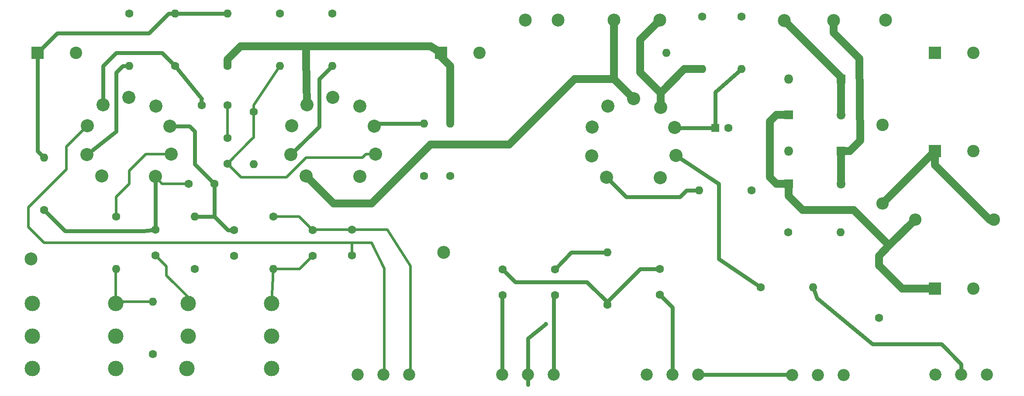
<source format=gbr>
G04 #@! TF.GenerationSoftware,KiCad,Pcbnew,(5.1.4)-1*
G04 #@! TF.CreationDate,2019-10-27T16:09:37+01:00*
G04 #@! TF.ProjectId,JCM800,4a434d38-3030-42e6-9b69-6361645f7063,rev?*
G04 #@! TF.SameCoordinates,Original*
G04 #@! TF.FileFunction,Copper,L1,Top*
G04 #@! TF.FilePolarity,Positive*
%FSLAX46Y46*%
G04 Gerber Fmt 4.6, Leading zero omitted, Abs format (unit mm)*
G04 Created by KiCad (PCBNEW (5.1.4)-1) date 2019-10-27 16:09:37*
%MOMM*%
%LPD*%
G04 APERTURE LIST*
%ADD10C,2.540000*%
%ADD11C,1.600000*%
%ADD12R,2.400000X2.400000*%
%ADD13C,2.400000*%
%ADD14R,1.600000X1.600000*%
%ADD15O,1.800000X1.800000*%
%ADD16R,1.800000X1.800000*%
%ADD17C,2.499360*%
%ADD18O,1.600000X1.600000*%
%ADD19O,2.400000X2.400000*%
%ADD20C,2.340000*%
%ADD21C,3.000000*%
%ADD22C,0.800000*%
%ADD23C,0.750000*%
%ADD24C,0.500000*%
%ADD25C,1.500000*%
%ADD26C,0.330000*%
G04 APERTURE END LIST*
D10*
X116081000Y-80293000D03*
X116331000Y-85670000D03*
X113335000Y-76416000D03*
X108077000Y-74662000D03*
X103073000Y-76162000D03*
X100073000Y-80166000D03*
X99950000Y-85797000D03*
X113284000Y-90044000D03*
X102870000Y-89917000D03*
D11*
X73660000Y-105330000D03*
X73660000Y-100330000D03*
X80090000Y-91440000D03*
X85090000Y-91440000D03*
X88900000Y-100410000D03*
X88900000Y-105410000D03*
X104140000Y-105410000D03*
X104140000Y-100410000D03*
X111760000Y-105330000D03*
X111760000Y-100330000D03*
X87630000Y-76200000D03*
X82630000Y-76200000D03*
D12*
X224790000Y-111760000D03*
D13*
X232290000Y-111760000D03*
D12*
X50800000Y-66040000D03*
D13*
X58300000Y-66040000D03*
X136525000Y-66040000D03*
D12*
X129025000Y-66040000D03*
X224790000Y-85090000D03*
D13*
X232290000Y-85090000D03*
D11*
X87630000Y-87550000D03*
X87630000Y-82550000D03*
D13*
X232290000Y-66040000D03*
D12*
X224790000Y-66040000D03*
D11*
X171450000Y-107950000D03*
X171450000Y-112950000D03*
X151130000Y-108030000D03*
X151130000Y-113030000D03*
X140970000Y-108030000D03*
X140970000Y-113030000D03*
D14*
X182245000Y-80645000D03*
D11*
X184745000Y-80645000D03*
D15*
X206614999Y-91440000D03*
D16*
X196454999Y-91440000D03*
X206614999Y-85090000D03*
D15*
X196454999Y-85090000D03*
X206614999Y-78105000D03*
D16*
X196454999Y-78105000D03*
X206614999Y-71120000D03*
D15*
X196454999Y-71120000D03*
D17*
X205181200Y-59791600D03*
X195580000Y-59791600D03*
X171450000Y-59690000D03*
X162560000Y-59690000D03*
X145415000Y-59690000D03*
D18*
X73152000Y-114300000D03*
D11*
X73152000Y-124460000D03*
D18*
X66040000Y-107950000D03*
D11*
X66040000Y-97790000D03*
D18*
X81280000Y-97790000D03*
D11*
X81280000Y-107950000D03*
X52070000Y-96520000D03*
D18*
X52070000Y-86360000D03*
D11*
X96520000Y-97790000D03*
D18*
X96520000Y-107950000D03*
X68580000Y-68580000D03*
D11*
X68580000Y-58420000D03*
D18*
X77470000Y-58420000D03*
D11*
X77470000Y-68580000D03*
X213995000Y-117475000D03*
D18*
X213995000Y-107315000D03*
D11*
X92710000Y-77470000D03*
D18*
X92710000Y-87630000D03*
D11*
X97790000Y-58420000D03*
D18*
X97790000Y-68580000D03*
D13*
X236220000Y-98425000D03*
D19*
X220980000Y-98425000D03*
D18*
X87630000Y-58420000D03*
D11*
X87630000Y-68580000D03*
D19*
X214630000Y-95250000D03*
D13*
X214630000Y-80010000D03*
D11*
X125730000Y-89916000D03*
D18*
X125730000Y-79756000D03*
X130810000Y-79756000D03*
D11*
X130810000Y-89916000D03*
D18*
X206502000Y-100838000D03*
D11*
X196342000Y-100838000D03*
X107950000Y-58420000D03*
D18*
X107950000Y-68580000D03*
D11*
X161290000Y-114935000D03*
D18*
X161290000Y-104775000D03*
X201168000Y-111506000D03*
D11*
X191008000Y-111506000D03*
X187325000Y-59055000D03*
D18*
X187325000Y-69215000D03*
X179070000Y-92710000D03*
D11*
X189230000Y-92710000D03*
D18*
X179705000Y-69215000D03*
D11*
X179705000Y-59055000D03*
X162560000Y-66040000D03*
D18*
X172720000Y-66040000D03*
D20*
X197100000Y-128524000D03*
X202100000Y-128524000D03*
X207100000Y-128524000D03*
X112900000Y-128500000D03*
X117900000Y-128500000D03*
X122900000Y-128500000D03*
X224900000Y-128500000D03*
X229900000Y-128500000D03*
X234900000Y-128500000D03*
X168910000Y-128500000D03*
X173910000Y-128500000D03*
X178910000Y-128500000D03*
X140900000Y-128500000D03*
X145900000Y-128500000D03*
X150900000Y-128500000D03*
D10*
X63317000Y-89917000D03*
X73731000Y-90044000D03*
X60397000Y-85797000D03*
X60520000Y-80166000D03*
X63520000Y-76162000D03*
X68524000Y-74662000D03*
X73782000Y-76416000D03*
X76778000Y-85670000D03*
X76528000Y-80293000D03*
X174374000Y-80546000D03*
X174624000Y-85923000D03*
X171628000Y-76669000D03*
X166370000Y-74915000D03*
X161366000Y-76415000D03*
X158366000Y-80419000D03*
X158243000Y-86050000D03*
X171577000Y-90297000D03*
X161163000Y-90170000D03*
D21*
X79810000Y-127300000D03*
X80010000Y-121000000D03*
X80010000Y-114700000D03*
X96210000Y-127300000D03*
X96210000Y-121000000D03*
X96210000Y-114700000D03*
X66000000Y-114700000D03*
X66000000Y-121000000D03*
X66000000Y-127300000D03*
X49800000Y-114700000D03*
X49800000Y-121000000D03*
X49800000Y-127300000D03*
D17*
X151765000Y-59690000D03*
X215265000Y-59690000D03*
X49530000Y-106045000D03*
X129540000Y-104775000D03*
D22*
X149352000Y-118618000D03*
D23*
X197076000Y-128500000D02*
X197100000Y-128524000D01*
X178910000Y-128500000D02*
X197076000Y-128500000D01*
D24*
X140900000Y-113100000D02*
X140970000Y-113030000D01*
D23*
X140900000Y-128500000D02*
X140900000Y-113100000D01*
D24*
X81280000Y-114700000D02*
X75800000Y-109220000D01*
X75800000Y-107470000D02*
X73660000Y-105330000D01*
X75800000Y-109220000D02*
X75800000Y-107470000D01*
X73660000Y-90115000D02*
X73731000Y-90044000D01*
D23*
X73660000Y-100330000D02*
X73660000Y-90115000D01*
X56134000Y-100584000D02*
X52070000Y-96520000D01*
X73660000Y-100330000D02*
X71374000Y-100584000D01*
X71374000Y-100584000D02*
X56134000Y-100584000D01*
D24*
X74930000Y-91440000D02*
X80090000Y-91440000D01*
X73731000Y-90044000D02*
X74930000Y-91440000D01*
D23*
X85090000Y-97790000D02*
X85090000Y-91440000D01*
X81280000Y-97790000D02*
X85090000Y-97790000D01*
X87710000Y-100410000D02*
X85090000Y-97790000D01*
X88900000Y-100410000D02*
X87710000Y-100410000D01*
X80293000Y-80293000D02*
X76528000Y-80293000D01*
X81280000Y-81280000D02*
X80293000Y-80293000D01*
X85090000Y-91440000D02*
X81280000Y-87630000D01*
X81280000Y-87630000D02*
X81280000Y-81280000D01*
D24*
X101600000Y-107950000D02*
X104140000Y-105410000D01*
X96520000Y-107950000D02*
X101600000Y-107950000D01*
X96520000Y-107950000D02*
X96210000Y-114700000D01*
X101520000Y-97790000D02*
X96520000Y-97790000D01*
X104140000Y-100410000D02*
X101520000Y-97790000D01*
X104220000Y-100330000D02*
X104140000Y-100410000D01*
X111760000Y-100330000D02*
X104220000Y-100330000D01*
X118618000Y-100330000D02*
X111760000Y-100330000D01*
X123142000Y-128500000D02*
X123142000Y-107394000D01*
X123142000Y-107394000D02*
X118618000Y-100330000D01*
X118030000Y-128500000D02*
X118030000Y-107870000D01*
X118030000Y-107870000D02*
X115570000Y-102870000D01*
X52070000Y-102870000D02*
X49022000Y-99822000D01*
X49022000Y-99822000D02*
X49022000Y-96012000D01*
X49022000Y-96012000D02*
X56388000Y-88646000D01*
X56388000Y-84298000D02*
X60520000Y-80166000D01*
X56388000Y-88646000D02*
X56388000Y-84298000D01*
X111760000Y-104198630D02*
X111760000Y-102870000D01*
X111760000Y-105330000D02*
X111760000Y-104198630D01*
X115570000Y-102870000D02*
X111760000Y-102870000D01*
X111760000Y-102870000D02*
X52070000Y-102870000D01*
X87630000Y-76200000D02*
X87630000Y-82550000D01*
D23*
X74930000Y-66040000D02*
X77470000Y-68580000D01*
X66040000Y-66040000D02*
X74930000Y-66040000D01*
X63520000Y-76162000D02*
X63520000Y-68560000D01*
X63520000Y-68560000D02*
X66040000Y-66040000D01*
X77470000Y-68580000D02*
X82598184Y-74890847D01*
X82598184Y-74890847D02*
X82630000Y-74930000D01*
X77470000Y-68580000D02*
X77470000Y-68580000D01*
X82598184Y-74890847D02*
X82598184Y-76168184D01*
X82598184Y-76168184D02*
X82630000Y-76200000D01*
D25*
X194054999Y-91440000D02*
X196454999Y-91440000D01*
X192786000Y-90171001D02*
X194054999Y-91440000D01*
X192786000Y-79373999D02*
X192786000Y-90171001D01*
X194054999Y-78105000D02*
X192786000Y-79373999D01*
X196454999Y-78105000D02*
X194054999Y-78105000D01*
X213995000Y-107315000D02*
X213995000Y-105410000D01*
X218440000Y-111760000D02*
X213995000Y-107315000D01*
X224790000Y-111760000D02*
X218440000Y-111760000D01*
X196454999Y-93840000D02*
X199134999Y-96520000D01*
X196454999Y-91440000D02*
X196454999Y-93840000D01*
X209042000Y-96520000D02*
X215963500Y-103441500D01*
X199134999Y-96520000D02*
X209042000Y-96520000D01*
X213995000Y-105410000D02*
X215963500Y-103441500D01*
X215963500Y-103441500D02*
X220980000Y-98425000D01*
D23*
X50800000Y-85090000D02*
X50800000Y-66040000D01*
X52070000Y-86360000D02*
X50800000Y-85090000D01*
X54610000Y-62230000D02*
X50800000Y-66040000D01*
X72390000Y-62230000D02*
X54610000Y-62230000D01*
X76200000Y-58420000D02*
X72390000Y-62230000D01*
X77470000Y-58420000D02*
X76200000Y-58420000D01*
X77470000Y-58420000D02*
X87630000Y-58420000D01*
D25*
X102870000Y-67310000D02*
X103073000Y-76162000D01*
X102870000Y-64770000D02*
X102870000Y-67310000D01*
X100330000Y-64770000D02*
X102870000Y-64770000D01*
X90170000Y-64770000D02*
X100330000Y-64770000D01*
X87630000Y-68580000D02*
X87630000Y-67310000D01*
X87630000Y-67310000D02*
X90170000Y-64770000D01*
X127000000Y-64770000D02*
X102870000Y-64770000D01*
X129025000Y-66040000D02*
X127000000Y-64770000D01*
X130810000Y-77470000D02*
X130810000Y-68580000D01*
X130810000Y-79756000D02*
X130810000Y-77470000D01*
X129025000Y-66795000D02*
X130810000Y-68580000D01*
X129025000Y-66040000D02*
X129025000Y-66795000D01*
X214630000Y-95250000D02*
X224790000Y-85090000D01*
X235425000Y-98425000D02*
X236220000Y-98425000D01*
X224790000Y-87790000D02*
X235425000Y-98425000D01*
X224790000Y-85090000D02*
X224790000Y-87790000D01*
D24*
X92710000Y-82470000D02*
X92710000Y-77470000D01*
X92710000Y-76200000D02*
X97790000Y-68580000D01*
X92710000Y-77470000D02*
X92710000Y-76200000D01*
X87630000Y-87550000D02*
X92416000Y-82764000D01*
X92416000Y-82764000D02*
X92710000Y-82470000D01*
X90250000Y-90170000D02*
X87630000Y-87550000D01*
X99060000Y-90170000D02*
X90250000Y-90170000D01*
X102870000Y-86360000D02*
X99060000Y-90170000D01*
X113844949Y-86360000D02*
X102870000Y-86360000D01*
X116331000Y-85670000D02*
X114534949Y-85670000D01*
X114534949Y-85670000D02*
X113844949Y-86360000D01*
D23*
X161290000Y-114438630D02*
X157341370Y-110490000D01*
X143430000Y-110490000D02*
X140970000Y-108030000D01*
X157341370Y-110490000D02*
X143430000Y-110490000D01*
X161290000Y-114438630D02*
X161290000Y-114300000D01*
X161290000Y-114300000D02*
X167640000Y-107950000D01*
X167640000Y-107950000D02*
X171450000Y-107950000D01*
X161290000Y-114935000D02*
X161290000Y-114438630D01*
X173910000Y-115410000D02*
X171450000Y-112950000D01*
X173910000Y-128500000D02*
X173910000Y-115410000D01*
X107950000Y-68580000D02*
X105410000Y-71120000D01*
X105410000Y-80337000D02*
X99950000Y-85797000D01*
X105410000Y-71120000D02*
X105410000Y-80337000D01*
X154305000Y-104775000D02*
X151130000Y-108030000D01*
X161290000Y-104775000D02*
X154305000Y-104775000D01*
X150900000Y-113260000D02*
X151130000Y-113030000D01*
X150900000Y-128500000D02*
X150900000Y-113260000D01*
X174473000Y-80645000D02*
X174374000Y-80546000D01*
X182245000Y-80645000D02*
X174473000Y-80645000D01*
X182245000Y-74295000D02*
X182245000Y-80645000D01*
X187325000Y-69215000D02*
X182245000Y-73660000D01*
X182245000Y-73660000D02*
X182245000Y-74295000D01*
D25*
X208280000Y-85090000D02*
X206614999Y-85090000D01*
X210312000Y-83058000D02*
X208280000Y-85090000D01*
X210185000Y-67183000D02*
X210312000Y-83058000D01*
X205181200Y-59791600D02*
X205181200Y-62179200D01*
X205181200Y-62179200D02*
X210185000Y-67183000D01*
X206614999Y-85090000D02*
X206614999Y-91440000D01*
X206614999Y-70826599D02*
X206614999Y-71120000D01*
X195580000Y-59791600D02*
X206614999Y-70826599D01*
X206614999Y-71120000D02*
X206614999Y-78105000D01*
D23*
X145900000Y-121435000D02*
X145900000Y-130405000D01*
X149352000Y-118618000D02*
X145900000Y-121435000D01*
X201930000Y-113665000D02*
X201168000Y-111506000D01*
X212725000Y-122555000D02*
X201930000Y-113665000D01*
X226060000Y-122555000D02*
X212725000Y-122555000D01*
X229900000Y-128500000D02*
X229900000Y-126395000D01*
X229900000Y-126395000D02*
X226060000Y-122555000D01*
D24*
X66040000Y-97790000D02*
X66040000Y-93980000D01*
X66040000Y-93980000D02*
X68580000Y-91440000D01*
X68580000Y-91440000D02*
X68580000Y-88900000D01*
X71810000Y-85670000D02*
X76778000Y-85670000D01*
X68580000Y-88900000D02*
X71810000Y-85670000D01*
D23*
X67310000Y-68580000D02*
X68580000Y-68580000D01*
X66040000Y-69850000D02*
X67310000Y-68580000D01*
X60397000Y-85797000D02*
X66040000Y-81280000D01*
X66040000Y-81280000D02*
X66040000Y-69850000D01*
X116618000Y-79756000D02*
X116081000Y-80293000D01*
X125730000Y-79756000D02*
X116618000Y-79756000D01*
X182880000Y-91440000D02*
X174624000Y-85923000D01*
X191008000Y-111506000D02*
X182880000Y-106045000D01*
X182880000Y-106045000D02*
X182880000Y-91440000D01*
X164973000Y-93980000D02*
X161163000Y-90170000D01*
X175398630Y-93980000D02*
X164973000Y-93980000D01*
X177800000Y-92710000D02*
X176668630Y-92710000D01*
X176668630Y-92710000D02*
X175398630Y-93980000D01*
X177800000Y-92710000D02*
X179070000Y-92710000D01*
D25*
X162560000Y-59690000D02*
X162560000Y-67310000D01*
X162560000Y-71105000D02*
X162560000Y-67310000D01*
X166370000Y-74915000D02*
X162560000Y-71105000D01*
X154955000Y-71105000D02*
X142240000Y-83820000D01*
X162560000Y-71105000D02*
X154955000Y-71105000D01*
X108203000Y-95250000D02*
X102870000Y-89917000D01*
X115570000Y-95250000D02*
X108203000Y-95250000D01*
X142240000Y-83820000D02*
X127000000Y-83820000D01*
X127000000Y-83820000D02*
X115570000Y-95250000D01*
X171628000Y-76669000D02*
X171628000Y-73838000D01*
X171628000Y-73838000D02*
X167640000Y-69850000D01*
X167640000Y-63500000D02*
X171450000Y-59690000D01*
X167640000Y-69850000D02*
X167640000Y-63500000D01*
X176251000Y-69215000D02*
X171628000Y-73838000D01*
X179705000Y-69215000D02*
X176251000Y-69215000D01*
D26*
X66000000Y-107990000D02*
X66040000Y-107950000D01*
D24*
X66000000Y-114700000D02*
X66000000Y-107990000D01*
X66400000Y-114300000D02*
X66000000Y-114700000D01*
X73660000Y-114300000D02*
X65130000Y-114300000D01*
M02*

</source>
